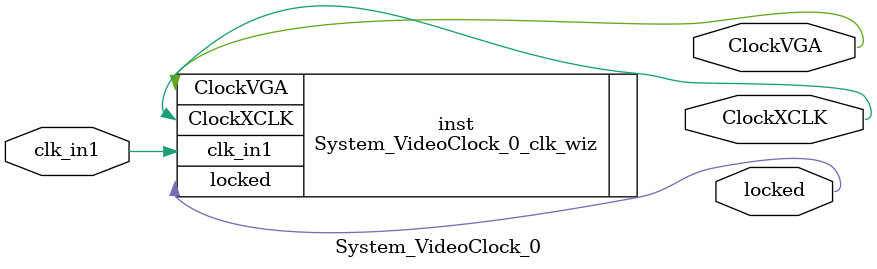
<source format=v>


`timescale 1ps/1ps

(* CORE_GENERATION_INFO = "System_VideoClock_0,clk_wiz_v6_0_11_0_0,{component_name=System_VideoClock_0,use_phase_alignment=true,use_min_o_jitter=false,use_max_i_jitter=false,use_dyn_phase_shift=false,use_inclk_switchover=false,use_dyn_reconfig=false,enable_axi=0,feedback_source=FDBK_AUTO,PRIMITIVE=MMCM,num_out_clk=2,clkin1_period=8.000,clkin2_period=10.000,use_power_down=false,use_reset=false,use_locked=true,use_inclk_stopped=false,feedback_type=SINGLE,CLOCK_MGR_TYPE=NA,manual_override=false}" *)

module System_VideoClock_0 
 (
  // Clock out ports
  output        ClockVGA,
  output        ClockXCLK,
  // Status and control signals
  output        locked,
 // Clock in ports
  input         clk_in1
 );

  System_VideoClock_0_clk_wiz inst
  (
  // Clock out ports  
  .ClockVGA(ClockVGA),
  .ClockXCLK(ClockXCLK),
  // Status and control signals               
  .locked(locked),
 // Clock in ports
  .clk_in1(clk_in1)
  );

endmodule

</source>
